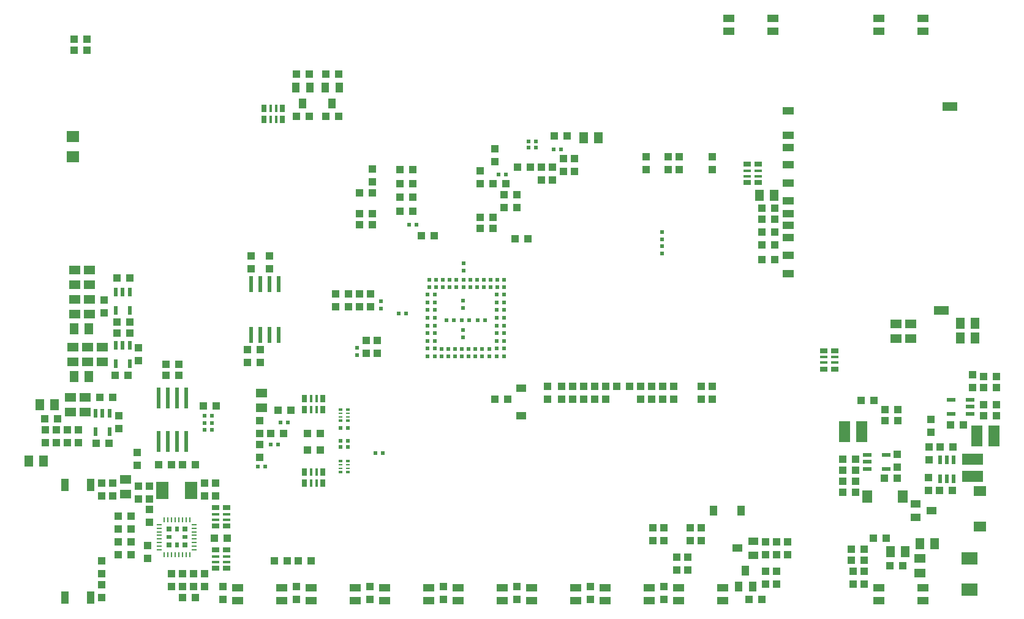
<source format=gbr>
G75*
G70*
%OFA0B0*%
%FSLAX24Y24*%
%IPPOS*%
%LPD*%
%AMOC8*
5,1,8,0,0,1.08239X$1,22.5*
%
%ADD10R,0.0400X0.0400*%
%ADD11R,0.0472X0.0217*%
%ADD12R,0.0630X0.1181*%
%ADD13R,0.0551X0.0394*%
%ADD14R,0.0600X0.0400*%
%ADD15R,0.0500X0.0600*%
%ADD16R,0.0217X0.0472*%
%ADD17R,0.0600X0.0500*%
%ADD18R,0.1181X0.0630*%
%ADD19R,0.0571X0.0709*%
%ADD20R,0.0900X0.0700*%
%ADD21R,0.0240X0.1150*%
%ADD22R,0.0709X0.0630*%
%ADD23R,0.0230X0.0240*%
%ADD24R,0.0240X0.0230*%
%ADD25R,0.0400X0.0150*%
%ADD26R,0.0400X0.0250*%
%ADD27R,0.0150X0.0400*%
%ADD28R,0.0250X0.0400*%
%ADD29R,0.0591X0.0394*%
%ADD30R,0.0787X0.0472*%
%ADD31R,0.0394X0.0551*%
%ADD32R,0.0400X0.0700*%
%ADD33R,0.0238X0.0091*%
%ADD34R,0.0238X0.0118*%
%ADD35R,0.0709X0.0945*%
%ADD36R,0.0315X0.0315*%
%ADD37R,0.0236X0.0315*%
%ADD38R,0.0315X0.0236*%
%ADD39R,0.0091X0.0295*%
%ADD40R,0.0295X0.0091*%
%ADD41R,0.0709X0.0571*%
%ADD42R,0.0217X0.0197*%
%ADD43R,0.0236X0.0866*%
D10*
X012627Y007860D03*
X012627Y008560D03*
X012627Y009160D03*
X012627Y009860D03*
X013527Y010210D03*
X014227Y010210D03*
X014227Y010910D03*
X013527Y010910D03*
X013527Y011610D03*
X014227Y011610D03*
X014227Y012310D03*
X013527Y012310D03*
X013227Y013410D03*
X012627Y013410D03*
X012627Y014110D03*
X013227Y014110D03*
X014627Y013940D03*
X015227Y013940D03*
X015227Y013240D03*
X015227Y012660D03*
X014627Y013240D03*
X015227Y011960D03*
X015127Y010710D03*
X015127Y010010D03*
X016427Y009160D03*
X017027Y009160D03*
X017627Y009160D03*
X018227Y009160D03*
X018227Y008460D03*
X017627Y008460D03*
X017027Y008460D03*
X017027Y007860D03*
X017727Y007860D03*
X016427Y008460D03*
X019227Y008460D03*
X019227Y007760D03*
X022027Y009860D03*
X022727Y009860D03*
X023327Y009860D03*
X024027Y009860D03*
X023227Y008460D03*
X023227Y007760D03*
X027227Y007760D03*
X027227Y008460D03*
X031227Y008460D03*
X031227Y007760D03*
X035227Y007760D03*
X035227Y008460D03*
X039227Y008460D03*
X039227Y007760D03*
X043227Y007760D03*
X043227Y008460D03*
X043927Y009360D03*
X044527Y009360D03*
X044527Y010060D03*
X043927Y010060D03*
X043227Y010960D03*
X042627Y010960D03*
X042627Y011660D03*
X043227Y011660D03*
X044677Y011660D03*
X045277Y011660D03*
X045277Y010960D03*
X044677Y010960D03*
X048777Y010910D03*
X049377Y010910D03*
X049977Y010910D03*
X049977Y010210D03*
X049377Y010210D03*
X048777Y010210D03*
X048777Y009310D03*
X049377Y009310D03*
X049377Y008610D03*
X048777Y008610D03*
X048577Y007760D03*
X047877Y007760D03*
X053527Y008610D03*
X054127Y008610D03*
X054127Y009310D03*
X053527Y009310D03*
X053427Y009910D03*
X054127Y009910D03*
X054127Y010510D03*
X053427Y010510D03*
X054627Y011110D03*
X055327Y011110D03*
X055527Y009610D03*
X056227Y009610D03*
X057627Y013710D03*
X058227Y013710D03*
X058927Y013710D03*
X057627Y014410D03*
X057677Y015360D03*
X057677Y016060D03*
X058277Y016060D03*
X058977Y016060D03*
X057777Y016860D03*
X057777Y017560D03*
X058827Y017260D03*
X059527Y017260D03*
X060627Y017760D03*
X060627Y018360D03*
X061327Y018360D03*
X061327Y017760D03*
X061327Y019310D03*
X060627Y019310D03*
X060027Y019310D03*
X060027Y020010D03*
X060627Y019910D03*
X061327Y019910D03*
X055977Y018110D03*
X055277Y018110D03*
X054677Y018610D03*
X053977Y018610D03*
X055277Y017510D03*
X055977Y017510D03*
X055927Y015660D03*
X055927Y014960D03*
X055927Y014360D03*
X055227Y014360D03*
X053677Y014210D03*
X053677Y013610D03*
X052977Y013610D03*
X052977Y014210D03*
X052977Y014810D03*
X053677Y014810D03*
X053677Y015410D03*
X052977Y015410D03*
X045877Y018660D03*
X045277Y018660D03*
X045277Y019360D03*
X045877Y019360D03*
X043777Y019360D03*
X043177Y019360D03*
X042577Y019360D03*
X041977Y019360D03*
X041377Y019360D03*
X040677Y019360D03*
X040077Y019360D03*
X039477Y019360D03*
X038877Y019360D03*
X038277Y019360D03*
X037677Y019360D03*
X037677Y018660D03*
X038277Y018660D03*
X038877Y018660D03*
X039477Y018660D03*
X040077Y018660D03*
X041977Y018660D03*
X042577Y018660D03*
X043177Y018660D03*
X043777Y018660D03*
X036902Y018660D03*
X036902Y019360D03*
X034727Y018660D03*
X034027Y018660D03*
X027627Y021160D03*
X027027Y021160D03*
X027027Y021860D03*
X027627Y021860D03*
X027277Y023710D03*
X026677Y023710D03*
X026077Y023710D03*
X025377Y023710D03*
X025377Y024410D03*
X026077Y024410D03*
X026677Y024410D03*
X027277Y024410D03*
X030027Y027560D03*
X030727Y027560D03*
X029577Y028910D03*
X028877Y028910D03*
X028877Y029660D03*
X029577Y029660D03*
X029577Y030410D03*
X028877Y030410D03*
X028877Y031160D03*
X029577Y031160D03*
X027377Y031210D03*
X027377Y030510D03*
X027377Y029910D03*
X026677Y029910D03*
X026677Y028760D03*
X026677Y028160D03*
X027377Y028160D03*
X027377Y028760D03*
X033227Y028560D03*
X033227Y027960D03*
X033927Y027960D03*
X033927Y028560D03*
X034527Y029110D03*
X035227Y029110D03*
X035227Y029810D03*
X034527Y029810D03*
X034627Y030410D03*
X033927Y030410D03*
X033227Y030410D03*
X033227Y031110D03*
X034027Y031610D03*
X034027Y032310D03*
X035277Y031310D03*
X035977Y031310D03*
X036577Y031310D03*
X037177Y031310D03*
X037777Y031060D03*
X038377Y031060D03*
X038377Y031760D03*
X037777Y031760D03*
X037977Y033010D03*
X037277Y033010D03*
X037177Y030610D03*
X036577Y030610D03*
X035827Y027410D03*
X035127Y027410D03*
X042277Y031160D03*
X042277Y031860D03*
X043477Y031860D03*
X044077Y031860D03*
X044077Y031160D03*
X043477Y031160D03*
X045877Y031160D03*
X045877Y031860D03*
X048577Y029060D03*
X048577Y028460D03*
X049277Y028460D03*
X049277Y029060D03*
X049277Y027760D03*
X049277Y027060D03*
X048577Y027060D03*
X048577Y027760D03*
X048577Y026260D03*
X049277Y026260D03*
X025527Y034060D03*
X024827Y034060D03*
X023927Y034060D03*
X023227Y034060D03*
X023227Y036360D03*
X023927Y036360D03*
X024827Y036360D03*
X025527Y036360D03*
X011827Y037660D03*
X011827Y038260D03*
X011127Y038260D03*
X011127Y037660D03*
X020777Y026460D03*
X020777Y025760D03*
X021777Y025760D03*
X021777Y026460D03*
X021277Y021360D03*
X020577Y021360D03*
X020577Y020660D03*
X021277Y020660D03*
X022227Y018060D03*
X022927Y018060D03*
X021227Y017510D03*
X021227Y016810D03*
X021827Y016810D03*
X022527Y016810D03*
X023827Y016810D03*
X024527Y016810D03*
X024527Y015910D03*
X023827Y015910D03*
X021227Y016210D03*
X021227Y015510D03*
X018827Y014110D03*
X018227Y014110D03*
X018227Y013410D03*
X018827Y013410D03*
X017727Y015110D03*
X017027Y015110D03*
X016427Y015110D03*
X015727Y015110D03*
X014577Y015060D03*
X014577Y015760D03*
X013027Y016260D03*
X012327Y016260D03*
X013577Y017060D03*
X013577Y017760D03*
X013227Y018760D03*
X012527Y018760D03*
X013377Y019960D03*
X014077Y019960D03*
X014627Y020760D03*
X014627Y021460D03*
X014177Y022260D03*
X014177Y022860D03*
X013477Y022860D03*
X013477Y022260D03*
X012777Y023360D03*
X012777Y024060D03*
X013477Y025260D03*
X014177Y025260D03*
X016127Y020560D03*
X016127Y019960D03*
X016827Y019960D03*
X016827Y020560D03*
X018177Y018310D03*
X018877Y018310D03*
X011377Y017010D03*
X010777Y017010D03*
X010177Y017010D03*
X009577Y017010D03*
X009577Y016310D03*
X010177Y016310D03*
X010777Y016310D03*
X011377Y016310D03*
X010227Y017610D03*
X009527Y017610D03*
X018777Y011110D03*
X019477Y011110D03*
D11*
X054315Y014886D03*
X054315Y015260D03*
X054315Y015634D03*
X055339Y015634D03*
X055339Y014886D03*
X058865Y017886D03*
X059889Y017886D03*
X059889Y018260D03*
X059889Y018634D03*
X058865Y018634D03*
D12*
X060254Y016660D03*
X061199Y016660D03*
X053999Y016910D03*
X053054Y016910D03*
D13*
X056944Y012984D03*
X056944Y012236D03*
X057810Y012610D03*
X048110Y010934D03*
X048110Y010186D03*
X047244Y010560D03*
X035477Y017762D03*
X035477Y019258D03*
D14*
X036027Y008410D03*
X036027Y007710D03*
X034427Y007710D03*
X034427Y008410D03*
X032027Y008410D03*
X032027Y007710D03*
X030427Y007710D03*
X030427Y008410D03*
X028027Y008410D03*
X028027Y007710D03*
X026427Y007710D03*
X026427Y008410D03*
X024027Y008410D03*
X024027Y007710D03*
X022427Y007710D03*
X022427Y008410D03*
X020027Y008410D03*
X020027Y007710D03*
X038427Y007710D03*
X038427Y008410D03*
X040027Y008410D03*
X040027Y007710D03*
X042427Y007710D03*
X042427Y008410D03*
X044027Y008410D03*
X044027Y007710D03*
X046427Y007710D03*
X046427Y008410D03*
X054927Y008410D03*
X054927Y007710D03*
X057327Y007710D03*
X057327Y008410D03*
X057327Y038710D03*
X057327Y039410D03*
X054927Y039410D03*
X054927Y038710D03*
X049177Y038710D03*
X049177Y039410D03*
X046777Y039410D03*
X046777Y038710D03*
D15*
X039677Y032910D03*
X038877Y032910D03*
X048427Y029760D03*
X049227Y029760D03*
X059377Y022810D03*
X060177Y022810D03*
X060177Y022010D03*
X059377Y022010D03*
X057977Y010810D03*
X057177Y010810D03*
X056377Y010360D03*
X055577Y010360D03*
X011927Y019910D03*
X011127Y019910D03*
X010077Y018360D03*
X009277Y018360D03*
X009477Y015310D03*
X008677Y015310D03*
X011127Y022510D03*
X011927Y022510D03*
D16*
X013403Y021622D03*
X013777Y021622D03*
X014151Y021622D03*
X014151Y020598D03*
X013403Y020598D03*
X013051Y017922D03*
X012677Y017922D03*
X012303Y017922D03*
X012303Y016898D03*
X013051Y016898D03*
X013403Y023498D03*
X014151Y023498D03*
X014151Y024522D03*
X013777Y024522D03*
X013403Y024522D03*
X058253Y015372D03*
X058627Y015372D03*
X059001Y015372D03*
X059001Y014348D03*
X058627Y014348D03*
X058253Y014348D03*
D17*
X057177Y010010D03*
X057177Y009210D03*
X056677Y021960D03*
X055877Y021960D03*
X055877Y022760D03*
X056677Y022760D03*
X021327Y019010D03*
X021327Y018210D03*
X013927Y014310D03*
X013927Y013510D03*
X011727Y017960D03*
X010927Y017960D03*
X010927Y018760D03*
X011727Y018760D03*
X011877Y020710D03*
X012677Y020710D03*
X012677Y021510D03*
X011877Y021510D03*
X011077Y021510D03*
X011077Y020710D03*
X011177Y023310D03*
X011977Y023310D03*
X011977Y024110D03*
X011177Y024110D03*
X011177Y024910D03*
X011977Y024910D03*
X011977Y025710D03*
X011177Y025710D03*
D18*
X060037Y015423D03*
X060037Y014478D03*
D19*
X056240Y013360D03*
X054314Y013360D03*
D20*
X059877Y010017D03*
X059877Y008303D03*
D21*
X017227Y016387D03*
X016727Y016387D03*
X016227Y016387D03*
X015727Y016387D03*
X015727Y018734D03*
X016227Y018734D03*
X016727Y018734D03*
X017227Y018734D03*
D22*
X011077Y031859D03*
X011077Y032961D03*
D23*
X027827Y024010D03*
X027827Y023610D03*
X030467Y024790D03*
X030837Y024790D03*
X031207Y024790D03*
X031577Y024790D03*
X031947Y024790D03*
X032327Y024790D03*
X032697Y024790D03*
X033067Y024790D03*
X033437Y024790D03*
X033807Y024790D03*
X034177Y024790D03*
X034547Y024790D03*
X034547Y025190D03*
X034177Y025190D03*
X033807Y025190D03*
X033437Y025190D03*
X033067Y025190D03*
X032697Y025190D03*
X032327Y025190D03*
X031947Y025190D03*
X031577Y025190D03*
X031207Y025190D03*
X030837Y025190D03*
X030467Y025190D03*
X032327Y025660D03*
X032327Y026060D03*
X032297Y024030D03*
X032297Y023630D03*
X032297Y022440D03*
X032297Y022040D03*
X032232Y021410D03*
X032587Y021410D03*
X032967Y021410D03*
X033347Y021410D03*
X033727Y021410D03*
X033727Y021010D03*
X033347Y021010D03*
X032967Y021010D03*
X032587Y021010D03*
X032232Y021010D03*
X031877Y021010D03*
X031497Y021010D03*
X031117Y021010D03*
X031117Y021410D03*
X031497Y021410D03*
X031877Y021410D03*
X026527Y021460D03*
X026527Y021060D03*
D24*
X028787Y023330D03*
X029187Y023330D03*
X030357Y023530D03*
X030757Y023530D03*
X030757Y023110D03*
X030357Y023110D03*
X030357Y022690D03*
X030757Y022690D03*
X030757Y022270D03*
X030357Y022270D03*
X030357Y021850D03*
X030757Y021850D03*
X030757Y021430D03*
X030357Y021430D03*
X030357Y021010D03*
X030757Y021010D03*
X031407Y022960D03*
X031807Y022960D03*
X032247Y022960D03*
X032647Y022960D03*
X033087Y022960D03*
X033487Y022960D03*
X034137Y023110D03*
X034537Y023110D03*
X034537Y022690D03*
X034137Y022690D03*
X034137Y022270D03*
X034537Y022270D03*
X034537Y021850D03*
X034137Y021850D03*
X034137Y021430D03*
X034537Y021430D03*
X034537Y021010D03*
X034137Y021010D03*
X034137Y023530D03*
X034537Y023530D03*
X034537Y023950D03*
X034137Y023950D03*
X034137Y024370D03*
X034537Y024370D03*
X030757Y024370D03*
X030357Y024370D03*
X030357Y023950D03*
X030757Y023950D03*
X029777Y028160D03*
X029377Y028160D03*
X034227Y030910D03*
X034627Y030910D03*
X035877Y032360D03*
X035877Y032710D03*
X036277Y032710D03*
X036277Y032360D03*
X037227Y032260D03*
X037627Y032260D03*
X018627Y017760D03*
X018627Y017360D03*
X018627Y017010D03*
X018227Y017010D03*
X018227Y017360D03*
X018227Y017760D03*
X021819Y016210D03*
X022219Y016210D03*
X021527Y015010D03*
X021127Y015010D03*
X022377Y017410D03*
X022777Y017410D03*
X025627Y017110D03*
X026027Y017110D03*
X026027Y016410D03*
X026027Y016060D03*
X025627Y016060D03*
X025627Y016410D03*
X027527Y015735D03*
X027927Y015735D03*
D25*
X019427Y012410D03*
X019427Y012110D03*
X018827Y012110D03*
X018827Y012410D03*
X018827Y010110D03*
X018827Y009810D03*
X019427Y009810D03*
X019427Y010110D03*
X051927Y020660D03*
X051927Y020960D03*
X052527Y020960D03*
X052527Y020660D03*
X048377Y030810D03*
X048377Y031110D03*
X047777Y031110D03*
X047777Y030810D03*
D26*
X047777Y030460D03*
X048377Y030460D03*
X048377Y031460D03*
X047777Y031460D03*
X051927Y021310D03*
X052527Y021310D03*
X052527Y020310D03*
X051927Y020310D03*
X019427Y012760D03*
X018827Y012760D03*
X018827Y011760D03*
X019427Y011760D03*
X019427Y010460D03*
X018827Y010460D03*
X018827Y009460D03*
X019427Y009460D03*
D27*
X024027Y014110D03*
X024327Y014110D03*
X024327Y014710D03*
X024027Y014710D03*
X024027Y018110D03*
X024327Y018110D03*
X024327Y018710D03*
X024027Y018710D03*
X022127Y033910D03*
X021827Y033910D03*
X021827Y034510D03*
X022127Y034510D03*
D28*
X022477Y034510D03*
X022477Y033910D03*
X021477Y033910D03*
X021477Y034510D03*
X023677Y018710D03*
X023677Y018110D03*
X024677Y018110D03*
X024677Y018710D03*
X024677Y014710D03*
X024677Y014110D03*
X023677Y014110D03*
X023677Y014710D03*
D29*
X050003Y025517D03*
X050003Y026502D03*
X050003Y027486D03*
X050003Y028135D03*
X050003Y028785D03*
X050003Y029458D03*
X050003Y030443D03*
X050003Y031427D03*
X050003Y032383D03*
X050003Y033053D03*
X050003Y034372D03*
D30*
X058803Y034604D03*
X058330Y023502D03*
D31*
X047425Y012610D03*
X045929Y012610D03*
X047677Y009343D03*
X048051Y008477D03*
X047303Y008477D03*
X025177Y034777D03*
X025551Y035643D03*
X024803Y035643D03*
X023951Y035643D03*
X023203Y035643D03*
X023577Y034777D03*
D32*
X010627Y007860D03*
X012027Y007860D03*
X012027Y014010D03*
X010627Y014010D03*
D33*
X025625Y014912D03*
X025625Y015109D03*
X026029Y015109D03*
X026029Y014912D03*
X026029Y017712D03*
X026029Y017909D03*
X025625Y017909D03*
X025625Y017712D03*
D34*
X025625Y017499D03*
X026029Y017499D03*
X026029Y018121D03*
X025625Y018121D03*
X025625Y015321D03*
X026029Y015321D03*
X026029Y014699D03*
X025625Y014699D03*
D35*
X017514Y013710D03*
X015940Y013710D03*
D36*
X016294Y011593D03*
X017160Y011593D03*
X017160Y010727D03*
X016294Y010727D03*
D37*
X016727Y010727D03*
X016727Y011593D03*
D38*
X017160Y011160D03*
X016294Y011160D03*
D39*
X016235Y010206D03*
X016432Y010206D03*
X016629Y010206D03*
X016825Y010206D03*
X017022Y010206D03*
X017219Y010206D03*
X017416Y010206D03*
X016038Y010206D03*
X016038Y012115D03*
X016235Y012115D03*
X016432Y012115D03*
X016629Y012115D03*
X016825Y012115D03*
X017022Y012115D03*
X017219Y012115D03*
X017416Y012115D03*
D40*
X017682Y011849D03*
X017682Y011652D03*
X017682Y011456D03*
X017682Y011259D03*
X017682Y011062D03*
X017682Y010865D03*
X017682Y010668D03*
X017682Y010471D03*
X015772Y010471D03*
X015772Y010668D03*
X015772Y010865D03*
X015772Y011062D03*
X015772Y011259D03*
X015772Y011456D03*
X015772Y011652D03*
X015772Y011849D03*
D41*
X060427Y011748D03*
X060427Y013673D03*
D42*
X043137Y026610D03*
X043137Y027010D03*
X043137Y027360D03*
X043137Y027760D03*
D43*
X022277Y024938D03*
X021777Y024938D03*
X021277Y024938D03*
X020777Y024938D03*
X020777Y022182D03*
X021277Y022182D03*
X021777Y022182D03*
X022277Y022182D03*
M02*

</source>
